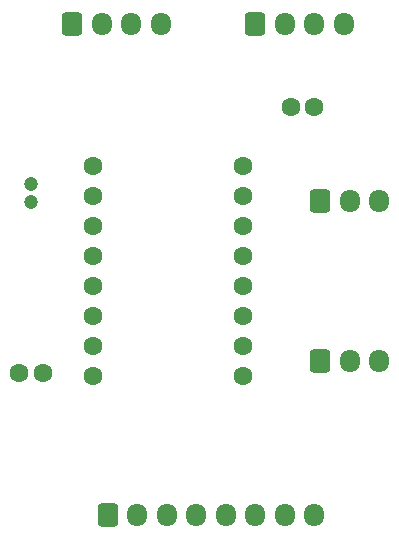
<source format=gbr>
G04 #@! TF.GenerationSoftware,KiCad,Pcbnew,8.0.0*
G04 #@! TF.CreationDate,2025-07-08T12:56:53-06:00*
G04 #@! TF.ProjectId,Motor Breakout,4d6f746f-7220-4427-9265-616b6f75742e,A*
G04 #@! TF.SameCoordinates,Original*
G04 #@! TF.FileFunction,Soldermask,Bot*
G04 #@! TF.FilePolarity,Negative*
%FSLAX46Y46*%
G04 Gerber Fmt 4.6, Leading zero omitted, Abs format (unit mm)*
G04 Created by KiCad (PCBNEW 8.0.0) date 2025-07-08 12:56:53*
%MOMM*%
%LPD*%
G01*
G04 APERTURE LIST*
G04 Aperture macros list*
%AMRoundRect*
0 Rectangle with rounded corners*
0 $1 Rounding radius*
0 $2 $3 $4 $5 $6 $7 $8 $9 X,Y pos of 4 corners*
0 Add a 4 corners polygon primitive as box body*
4,1,4,$2,$3,$4,$5,$6,$7,$8,$9,$2,$3,0*
0 Add four circle primitives for the rounded corners*
1,1,$1+$1,$2,$3*
1,1,$1+$1,$4,$5*
1,1,$1+$1,$6,$7*
1,1,$1+$1,$8,$9*
0 Add four rect primitives between the rounded corners*
20,1,$1+$1,$2,$3,$4,$5,0*
20,1,$1+$1,$4,$5,$6,$7,0*
20,1,$1+$1,$6,$7,$8,$9,0*
20,1,$1+$1,$8,$9,$2,$3,0*%
G04 Aperture macros list end*
%ADD10C,1.600000*%
%ADD11RoundRect,0.250000X-0.600000X-0.725000X0.600000X-0.725000X0.600000X0.725000X-0.600000X0.725000X0*%
%ADD12O,1.700000X1.950000*%
%ADD13C,1.200000*%
G04 APERTURE END LIST*
D10*
X145000000Y-61500000D03*
X147000000Y-61500000D03*
D11*
X126500000Y-54500000D03*
D12*
X129000000Y-54500000D03*
X131500000Y-54500000D03*
X134000000Y-54500000D03*
D10*
X124000000Y-84000000D03*
X122000000Y-84000000D03*
D11*
X147500000Y-69475000D03*
D12*
X150000000Y-69475000D03*
X152500000Y-69475000D03*
D13*
X123000000Y-68000000D03*
X123000000Y-69500000D03*
D11*
X142000000Y-54500000D03*
D12*
X144500000Y-54500000D03*
X147000000Y-54500000D03*
X149500000Y-54500000D03*
D11*
X129500000Y-96000000D03*
D12*
X132000000Y-96000000D03*
X134500000Y-96000000D03*
X137000000Y-96000000D03*
X139500000Y-96000000D03*
X142000000Y-96000000D03*
X144500000Y-96000000D03*
X147000000Y-96000000D03*
D10*
X128300000Y-66500000D03*
X128300000Y-69040000D03*
X128300000Y-71580000D03*
X128300000Y-74120000D03*
X128300000Y-76660000D03*
X128300000Y-79200000D03*
X128300000Y-81740000D03*
X128300000Y-84280000D03*
X141000000Y-66500000D03*
X141000000Y-69040000D03*
X141000000Y-71580000D03*
X141000000Y-74120000D03*
X141000000Y-76660000D03*
X141000000Y-79200000D03*
X141000000Y-81740000D03*
X141000000Y-84280000D03*
D11*
X147500000Y-83000000D03*
D12*
X150000000Y-83000000D03*
X152500000Y-83000000D03*
M02*

</source>
